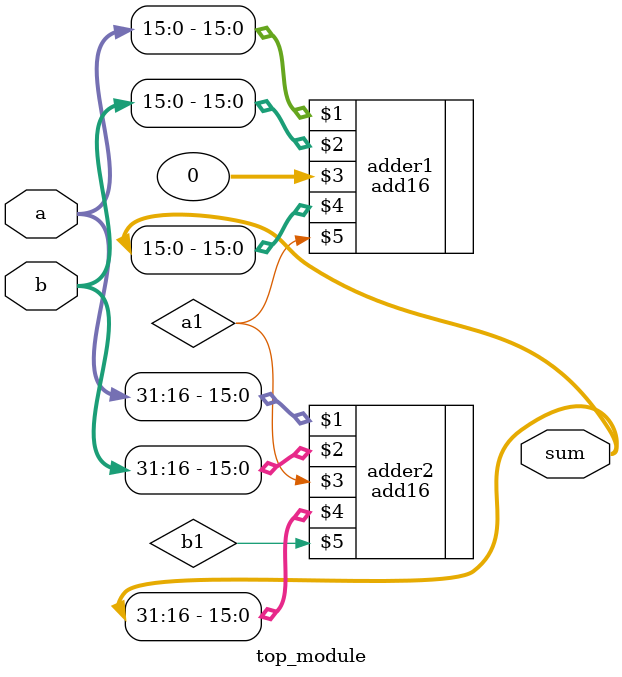
<source format=v>
module top_module(
    input [31:0] a,
    input [31:0] b,
    output [31:0] sum
);
    wire a1, b1;
    add16 adder1( a[15:0], b[15:0], 0, sum[15:0], a1);
    add16 adder2( a[31:16], b[31:16], a1, sum[31:16], b1);
    

endmodule

</source>
